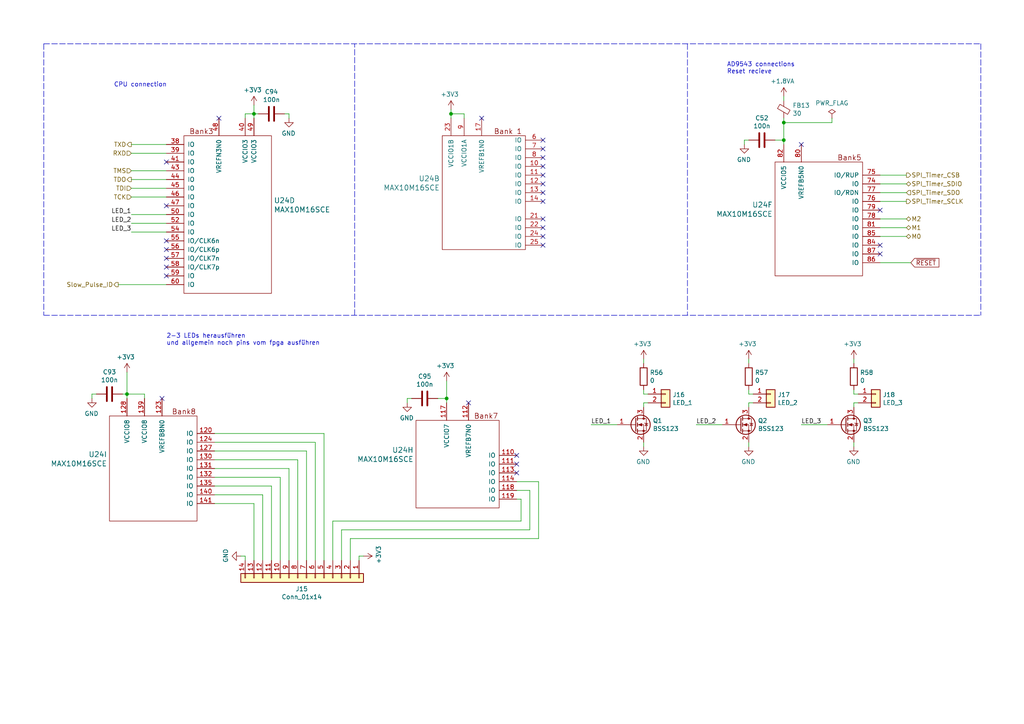
<source format=kicad_sch>
(kicad_sch (version 20250114) (generator "eeschema") (generator_version "9.0")
  (paper "A4")
  (title_block (date "2025-02-17") (company "(C) 2025 ETH Zurich, Y. Acremann") (comment 1 "License:  GNU public license v. 3.0"))
  (lib_symbols
    (symbol "Connector_Generic:Conn_01x02" (pin_names (offset 1.016) (hide yes))
      (property "Reference" "J" (at 0 2.54 0))
      (property "Value" "Connector_Generic_Conn_01x02" (at 0 -5.08 0))
      (symbol "Conn_01x02_1_1"
        (rectangle (start -1.27 1.27) (end 1.27 -3.81) (stroke (width 0.254)) (fill (type background)))
        (rectangle (start -1.27 0.127) (end 0 -0.127) (stroke (width 0.1524)))
        (rectangle (start -1.27 -2.413) (end 0 -2.667) (stroke (width 0.1524)))
        (pin passive line (at -5.08 0 0) (length 3.81) (name "Pin_1") (number "1"))
        (pin passive line (at -5.08 -2.54 0) (length 3.81) (name "Pin_2") (number "2"))
      )
    )
    (symbol "Connector_Generic:Conn_01x14" (pin_names (offset 1.016) (hide yes))
      (property "Reference" "J" (at 0 17.78 0))
      (property "Value" "Connector_Generic_Conn_01x14" (at 0 -20.32 0))
      (symbol "Conn_01x14_1_1"
        (rectangle (start -1.27 16.51) (end 1.27 -19.05) (stroke (width 0.254)) (fill (type background)))
        (rectangle (start -1.27 15.367) (end 0 15.113) (stroke (width 0.1524)))
        (rectangle (start -1.27 12.827) (end 0 12.573) (stroke (width 0.1524)))
        (rectangle (start -1.27 10.287) (end 0 10.033) (stroke (width 0.1524)))
        (rectangle (start -1.27 7.747) (end 0 7.493) (stroke (width 0.1524)))
        (rectangle (start -1.27 5.207) (end 0 4.953) (stroke (width 0.1524)))
        (rectangle (start -1.27 2.667) (end 0 2.413) (stroke (width 0.1524)))
        (rectangle (start -1.27 0.127) (end 0 -0.127) (stroke (width 0.1524)))
        (rectangle (start -1.27 -2.413) (end 0 -2.667) (stroke (width 0.1524)))
        (rectangle (start -1.27 -4.953) (end 0 -5.207) (stroke (width 0.1524)))
        (rectangle (start -1.27 -7.493) (end 0 -7.747) (stroke (width 0.1524)))
        (rectangle (start -1.27 -10.033) (end 0 -10.287) (stroke (width 0.1524)))
        (rectangle (start -1.27 -12.573) (end 0 -12.827) (stroke (width 0.1524)))
        (rectangle (start -1.27 -15.113) (end 0 -15.367) (stroke (width 0.1524)))
        (rectangle (start -1.27 -17.653) (end 0 -17.907) (stroke (width 0.1524)))
        (pin passive line (at -5.08 15.24 0) (length 3.81) (name "Pin_1") (number "1"))
        (pin passive line (at -5.08 12.7 0) (length 3.81) (name "Pin_2") (number "2"))
        (pin passive line (at -5.08 10.16 0) (length 3.81) (name "Pin_3") (number "3"))
        (pin passive line (at -5.08 7.62 0) (length 3.81) (name "Pin_4") (number "4"))
        (pin passive line (at -5.08 5.08 0) (length 3.81) (name "Pin_5") (number "5"))
        (pin passive line (at -5.08 2.54 0) (length 3.81) (name "Pin_6") (number "6"))
        (pin passive line (at -5.08 0 0) (length 3.81) (name "Pin_7") (number "7"))
        (pin passive line (at -5.08 -2.54 0) (length 3.81) (name "Pin_8") (number "8"))
        (pin passive line (at -5.08 -5.08 0) (length 3.81) (name "Pin_9") (number "9"))
        (pin passive line (at -5.08 -7.62 0) (length 3.81) (name "Pin_10") (number "10"))
        (pin passive line (at -5.08 -10.16 0) (length 3.81) (name "Pin_11") (number "11"))
        (pin passive line (at -5.08 -12.7 0) (length 3.81) (name "Pin_12") (number "12"))
        (pin passive line (at -5.08 -15.24 0) (length 3.81) (name "Pin_13") (number "13"))
        (pin passive line (at -5.08 -17.78 0) (length 3.81) (name "Pin_14") (number "14"))
      )
    )
    (symbol "Device:C" (pin_numbers (hide yes)) (pin_names (offset 0.254))
      (property "Reference" "C" (at 0.635 2.54 0))
      (property "Value" "Device_C" (at 0.635 -2.54 0))
      (symbol "C_0_1"
        (polyline (pts (xy -2.032 0.762) (xy 2.032 0.762)) (stroke (width 0.508)))
        (polyline (pts (xy -2.032 -0.762) (xy 2.032 -0.762)) (stroke (width 0.508)))
      )
      (symbol "C_1_1"
        (pin passive line (at 0 3.81 270) (length 2.794) (name "~") (number "1"))
        (pin passive line (at 0 -3.81 90) (length 2.794) (name "~") (number "2"))
      )
    )
    (symbol "Device:Ferrite_Bead_Small" (pin_numbers (hide yes)) (pin_names (offset 0))
      (property "Reference" "FB" (at 1.905 1.27 0))
      (property "Value" "Device_Ferrite_Bead_Small" (at 1.905 -1.27 0))
      (symbol "Ferrite_Bead_Small_0_1"
        (polyline (pts (xy -1.8288 0.2794) (xy -1.1176 1.4986) (xy 1.8288 -0.2032) (xy 1.1176 -1.4224) (xy -1.8288 0.2794)))
        (polyline (pts (xy 0 0.889) (xy 0 1.2954)))
        (polyline (pts (xy 0 -1.27) (xy 0 -0.7874)))
      )
      (symbol "Ferrite_Bead_Small_1_1"
        (pin passive line (at 0 2.54 270) (length 1.27) (name "~") (number "1"))
        (pin passive line (at 0 -2.54 90) (length 1.27) (name "~") (number "2"))
      )
    )
    (symbol "Device:R" (pin_numbers (hide yes)) (pin_names (offset 0))
      (property "Reference" "R" (at 2.032 0 90))
      (property "Value" "Device_R" (at 0 0 90))
      (symbol "R_0_1"
        (rectangle (start -1.016 -2.54) (end 1.016 2.54) (stroke (width 0.254)))
      )
      (symbol "R_1_1"
        (pin passive line (at 0 3.81 270) (length 1.27) (name "~") (number "1"))
        (pin passive line (at 0 -3.81 90) (length 1.27) (name "~") (number "2"))
      )
    )
    (symbol "Intel-Max10-FPGA:MAX10M16SCE" (pin_names (offset 1.016))
      (property "Reference" "U" (at 0 0 0))
      (property "Value" "MAX10M16SCE" (at -1.27 2.54 0))
      (symbol "MAX10M16SCE_1_0"
        (rectangle (start -16.51 8.89) (end 21.59 -15.24))
        (text "Config" (at -12.7 10.16 0) (effects (font (size 1.4986 1.4986))))
      )
      (symbol "MAX10M16SCE_1_1"
        (pin input line (at -21.59 6.35 0) (length 5.08) (name "TCK") (number "18"))
        (pin output line (at -21.59 3.81 0) (length 5.08) (name "TDO") (number "20"))
        (pin input line (at -21.59 1.27 0) (length 5.08) (name "TMS") (number "16"))
        (pin input line (at -21.59 -1.27 0) (length 5.08) (name "TDI") (number "19"))
        (pin input line (at -21.59 -7.62 0) (length 5.08) (name "DEV_OE") (number "122"))
        (pin input line (at -21.59 -10.16 0) (length 5.08) (name "DEV_CLRn") (number "121"))
        (pin bidirectional line (at 26.67 6.35 180) (length 5.08) (name "JTAGEN") (number "15"))
        (pin tri_state line (at 26.67 1.27 180) (length 5.08) (name "nSTATUS") (number "136"))
        (pin tri_state line (at 26.67 -1.27 180) (length 5.08) (name "CONF_DONE") (number "138"))
        (pin tri_state line (at 26.67 -3.81 180) (length 5.08) (name "nCONFIG") (number "129"))
        (pin input line (at 26.67 -10.16 180) (length 5.08) (name "CONFIG_SEL") (number "126"))
        (pin bidirectional line (at 26.67 -12.7 180) (length 5.08) (name "CRC_ERROR") (number "134"))
      )
      (symbol "MAX10M16SCE_2_0"
        (text "Bank 1" (at 6.35 21.59 0) (effects (font (size 1.4986 1.4986))))
      )
      (symbol "MAX10M16SCE_2_1"
        (rectangle (start -12.7 20.32) (end 11.43 -12.7))
        (pin power_in line (at -10.16 25.4 270) (length 5.08) (name "VCCIO1B") (number "23"))
        (pin power_in line (at -6.35 25.4 270) (length 5.08) (name "VCCIO1A") (number "9"))
        (pin passive line (at -1.27 25.4 270) (length 5.08) (name "VREFB1N0") (number "17"))
        (pin bidirectional line (at 16.51 19.05 180) (length 5.08) (name "IO") (number "6"))
        (pin bidirectional line (at 16.51 16.51 180) (length 5.08) (name "IO") (number "7"))
        (pin bidirectional line (at 16.51 13.97 180) (length 5.08) (name "IO") (number "8"))
        (pin bidirectional line (at 16.51 11.43 180) (length 5.08) (name "IO") (number "10"))
        (pin bidirectional line (at 16.51 8.89 180) (length 5.08) (name "IO") (number "11"))
        (pin bidirectional line (at 16.51 6.35 180) (length 5.08) (name "IO") (number "12"))
        (pin bidirectional line (at 16.51 3.81 180) (length 5.08) (name "IO") (number "13"))
        (pin bidirectional line (at 16.51 1.27 180) (length 5.08) (name "IO") (number "14"))
        (pin bidirectional line (at 16.51 -3.81 180) (length 5.08) (name "IO") (number "21"))
        (pin bidirectional line (at 16.51 -6.35 180) (length 5.08) (name "IO") (number "22"))
        (pin bidirectional line (at 16.51 -8.89 180) (length 5.08) (name "IO") (number "24"))
        (pin bidirectional line (at 16.51 -11.43 180) (length 5.08) (name "IO") (number "25"))
      )
      (symbol "MAX10M16SCE_3_0"
        (rectangle (start -11.43 16.51) (end 27.94 -8.89))
        (text "Bank2" (at 17.78 17.78 0) (effects (font (size 1.4986 1.4986))))
      )
      (symbol "MAX10M16SCE_3_1"
        (pin power_in line (at -3.81 21.59 270) (length 5.08) (name "VCCIO2") (number "31"))
        (pin passive line (at 1.27 21.59 270) (length 5.08) (name "VREFB2N0") (number "30"))
        (pin bidirectional line (at 33.02 6.35 180) (length 5.08) (name "IO/CLK0n") (number "26"))
        (pin bidirectional line (at 33.02 3.81 180) (length 5.08) (name "IO/CLK0p") (number "27"))
        (pin bidirectional line (at 33.02 1.27 180) (length 5.08) (name "IO/CLK1n") (number "28"))
        (pin bidirectional line (at 33.02 -1.27 180) (length 5.08) (name "IO/CLK1p") (number "29"))
        (pin bidirectional line (at 33.02 -3.81 180) (length 5.08) (name "IO/PLL_L_CLKOUTn") (number "32"))
        (pin bidirectional line (at 33.02 -6.35 180) (length 5.08) (name "IO/PLL_L_CLKOUTp") (number "33"))
      )
      (symbol "MAX10M16SCE_4_0"
        (rectangle (start -12.7 17.78) (end 12.7 -27.94))
        (text "Bank3" (at 7.62 19.05 0) (effects (font (size 1.4986 1.4986))))
      )
      (symbol "MAX10M16SCE_4_1"
        (pin power_in line (at -7.62 22.86 270) (length 5.08) (name "VCCIO3") (number "49"))
        (pin power_in line (at -5.08 22.86 270) (length 5.08) (name "VCCIO3") (number "40"))
        (pin passive line (at 2.54 22.86 270) (length 5.08) (name "VREFN3N0") (number "48"))
        (pin bidirectional line (at 17.78 15.24 180) (length 5.08) (name "IO") (number "38"))
        (pin bidirectional line (at 17.78 12.7 180) (length 5.08) (name "IO") (number "39"))
        (pin bidirectional line (at 17.78 10.16 180) (length 5.08) (name "IO") (number "41"))
        (pin bidirectional line (at 17.78 7.62 180) (length 5.08) (name "IO") (number "43"))
        (pin bidirectional line (at 17.78 5.08 180) (length 5.08) (name "IO") (number "44"))
        (pin bidirectional line (at 17.78 2.54 180) (length 5.08) (name "IO") (number "45"))
        (pin bidirectional line (at 17.78 0 180) (length 5.08) (name "IO") (number "46"))
        (pin bidirectional line (at 17.78 -2.54 180) (length 5.08) (name "IO") (number "47"))
        (pin bidirectional line (at 17.78 -5.08 180) (length 5.08) (name "IO") (number "50"))
        (pin bidirectional line (at 17.78 -7.62 180) (length 5.08) (name "IO") (number "52"))
        (pin bidirectional line (at 17.78 -10.16 180) (length 5.08) (name "IO") (number "54"))
        (pin bidirectional line (at 17.78 -12.7 180) (length 5.08) (name "IO/CLK6n") (number "55"))
        (pin bidirectional line (at 17.78 -15.24 180) (length 5.08) (name "IO/CLK6p") (number "56"))
        (pin bidirectional line (at 17.78 -17.78 180) (length 5.08) (name "IO/CLK7n") (number "57"))
        (pin bidirectional line (at 17.78 -20.32 180) (length 5.08) (name "IO/CLK7p") (number "58"))
        (pin bidirectional line (at 17.78 -22.86 180) (length 5.08) (name "IO") (number "59"))
        (pin bidirectional line (at 17.78 -25.4 180) (length 5.08) (name "IO") (number "60"))
      )
      (symbol "MAX10M16SCE_5_0"
        (rectangle (start -10.16 16.51) (end 13.97 -2.54))
        (text "Bank4" (at 8.89 17.78 0) (effects (font (size 1.4986 1.4986))))
      )
      (symbol "MAX10M16SCE_5_1"
        (pin power_in line (at -2.54 21.59 270) (length 5.08) (name "VCCIO4") (number "67"))
        (pin passive line (at 3.81 21.59 270) (length 5.08) (name "VREFB4N0") (number "61"))
        (pin bidirectional line (at 19.05 13.97 180) (length 5.08) (name "IO") (number "62"))
        (pin bidirectional line (at 19.05 11.43 180) (length 5.08) (name "IO") (number "64"))
        (pin bidirectional line (at 19.05 8.89 180) (length 5.08) (name "IO") (number "65"))
        (pin bidirectional line (at 19.05 6.35 180) (length 5.08) (name "IO") (number "66"))
        (pin bidirectional line (at 19.05 3.81 180) (length 5.08) (name "IO") (number "69"))
        (pin bidirectional line (at 19.05 1.27 180) (length 5.08) (name "IO") (number "70"))
      )
      (symbol "MAX10M16SCE_6_0"
        (rectangle (start -13.97 19.05) (end 11.43 -13.97))
        (text "Bank5" (at 7.62 20.32 0) (effects (font (size 1.4986 1.4986))))
      )
      (symbol "MAX10M16SCE_6_1"
        (pin power_in line (at -11.43 24.13 270) (length 5.08) (name "VCCIO5") (number "82"))
        (pin passive line (at -6.35 24.13 270) (length 5.08) (name "VREFB5N0") (number "80"))
        (pin bidirectional line (at 16.51 15.24 180) (length 5.08) (name "IO/RUP") (number "75"))
        (pin bidirectional line (at 16.51 12.7 180) (length 5.08) (name "IO") (number "74"))
        (pin bidirectional line (at 16.51 10.16 180) (length 5.08) (name "IO/RDN") (number "77"))
        (pin bidirectional line (at 16.51 7.62 180) (length 5.08) (name "IO") (number "76"))
        (pin bidirectional line (at 16.51 5.08 180) (length 5.08) (name "IO") (number "79"))
        (pin bidirectional line (at 16.51 2.54 180) (length 5.08) (name "IO") (number "78"))
        (pin bidirectional line (at 16.51 0 180) (length 5.08) (name "IO") (number "81"))
        (pin bidirectional line (at 16.51 -2.54 180) (length 5.08) (name "IO") (number "85"))
        (pin bidirectional line (at 16.51 -5.08 180) (length 5.08) (name "IO") (number "84"))
        (pin bidirectional line (at 16.51 -7.62 180) (length 5.08) (name "IO") (number "87"))
        (pin bidirectional line (at 16.51 -10.16 180) (length 5.08) (name "IO") (number "86"))
      )
      (symbol "MAX10M16SCE_7_0"
        (rectangle (start -11.43 22.86) (end 20.32 -15.24))
        (text "Bank6" (at 16.51 24.13 0) (effects (font (size 1.4986 1.4986))))
      )
      (symbol "MAX10M16SCE_7_1"
        (pin power_in line (at -5.08 27.94 270) (length 5.08) (name "VCCIO6") (number "94"))
        (pin power_in line (at -2.54 27.94 270) (length 5.08) (name "VCCIO6") (number "103"))
        (pin passive line (at 6.35 27.94 270) (length 5.08) (name "VREFB6N0") (number "97"))
        (pin bidirectional line (at 25.4 20.32 180) (length 5.08) (name "IO/CLK2p") (number "88"))
        (pin bidirectional line (at 25.4 17.78 180) (length 5.08) (name "IO/CLK2n") (number "89"))
        (pin bidirectional line (at 25.4 15.24 180) (length 5.08) (name "IO/CLK3p") (number "90"))
        (pin bidirectional line (at 25.4 12.7 180) (length 5.08) (name "IO/CLK3n") (number "91"))
        (pin bidirectional line (at 25.4 10.16 180) (length 5.08) (name "IO") (number "92"))
        (pin bidirectional line (at 25.4 7.62 180) (length 5.08) (name "IO") (number "93"))
        (pin bidirectional line (at 25.4 5.08 180) (length 5.08) (name "IO/DPCLK3") (number "96"))
        (pin bidirectional line (at 25.4 2.54 180) (length 5.08) (name "IO/DPCLK2") (number "98"))
        (pin bidirectional line (at 25.4 0 180) (length 5.08) (name "IO") (number "99"))
        (pin bidirectional line (at 25.4 -2.54 180) (length 5.08) (name "IO") (number "100"))
        (pin bidirectional line (at 25.4 -5.08 180) (length 5.08) (name "IO") (number "101"))
        (pin bidirectional line (at 25.4 -7.62 180) (length 5.08) (name "IO") (number "102"))
        (pin bidirectional line (at 25.4 -10.16 180) (length 5.08) (name "IO") (number "105"))
        (pin bidirectional line (at 25.4 -12.7 180) (length 5.08) (name "IO") (number "106"))
      )
      (symbol "MAX10M16SCE_8_0"
        (rectangle (start -11.43 16.51) (end 12.7 -8.89))
        (text "Bank7" (at 8.89 17.78 0) (effects (font (size 1.4986 1.4986))))
      )
      (symbol "MAX10M16SCE_8_1"
        (pin power_in line (at -2.54 21.59 270) (length 5.08) (name "VCCIO7") (number "117"))
        (pin passive line (at 3.81 21.59 270) (length 5.08) (name "VREFB7N0") (number "112"))
        (pin bidirectional line (at 17.78 6.35 180) (length 5.08) (name "IO") (number "110"))
        (pin bidirectional line (at 17.78 3.81 180) (length 5.08) (name "IO") (number "111"))
        (pin bidirectional line (at 17.78 1.27 180) (length 5.08) (name "IO") (number "113"))
        (pin bidirectional line (at 17.78 -1.27 180) (length 5.08) (name "IO") (number "114"))
        (pin bidirectional line (at 17.78 -3.81 180) (length 5.08) (name "IO") (number "118"))
        (pin bidirectional line (at 17.78 -6.35 180) (length 5.08) (name "IO") (number "119"))
      )
      (symbol "MAX10M16SCE_9_0"
        (rectangle (start -11.43 15.24) (end 13.97 -15.24))
        (text "Bank8" (at 10.16 16.51 0) (effects (font (size 1.4986 1.4986))))
      )
      (symbol "MAX10M16SCE_9_1"
        (pin power_in line (at -6.35 20.32 270) (length 5.08) (name "VCCIO8") (number "128"))
        (pin power_in line (at -1.27 20.32 270) (length 5.08) (name "VCCIO8") (number "139"))
        (pin passive line (at 3.81 20.32 270) (length 5.08) (name "VREFB8N0") (number "123"))
        (pin bidirectional line (at 19.05 10.16 180) (length 5.08) (name "IO") (number "120"))
        (pin bidirectional line (at 19.05 7.62 180) (length 5.08) (name "IO") (number "124"))
        (pin bidirectional line (at 19.05 5.08 180) (length 5.08) (name "IO") (number "127"))
        (pin bidirectional line (at 19.05 2.54 180) (length 5.08) (name "IO") (number "130"))
        (pin bidirectional line (at 19.05 0 180) (length 5.08) (name "IO") (number "131"))
        (pin bidirectional line (at 19.05 -2.54 180) (length 5.08) (name "IO") (number "132"))
        (pin bidirectional line (at 19.05 -5.08 180) (length 5.08) (name "IO") (number "135"))
        (pin bidirectional line (at 19.05 -7.62 180) (length 5.08) (name "IO") (number "140"))
        (pin bidirectional line (at 19.05 -10.16 180) (length 5.08) (name "IO") (number "141"))
      )
      (symbol "MAX10M16SCE_10_1"
        (rectangle (start -12.7 16.51) (end 50.8 -8.89))
        (pin power_in line (at -10.16 21.59 270) (length 5.08) (name "VCC_ONE") (number "73"))
        (pin power_in line (at -10.16 -13.97 90) (length 5.08) (name "GND") (number "3"))
        (pin power_in line (at -7.62 21.59 270) (length 5.08) (name "VCC_ONE") (number "72"))
        (pin power_in line (at -7.62 -13.97 90) (length 5.08) (name "GND") (number "4"))
        (pin power_in line (at -5.08 -13.97 90) (length 5.08) (name "GND") (number "95"))
        (pin power_in line (at -2.54 21.59 270) (length 5.08) (name "VCC_ONE") (number "51"))
        (pin power_in line (at -2.54 -13.97 90) (length 5.08) (name "GND") (number "83"))
        (pin power_in line (at 0 -13.97 90) (length 5.08) (name "GND") (number "68"))
        (pin power_in line (at 2.54 21.59 270) (length 5.08) (name "VCC_ONE") (number "37"))
        (pin power_in line (at 2.54 -13.97 90) (length 5.08) (name "GND") (number "63"))
        (pin power_in line (at 5.08 21.59 270) (length 5.08) (name "VCC_ONE") (number "36"))
        (pin power_in line (at 5.08 -13.97 90) (length 5.08) (name "GND") (number "53"))
        (pin power_in line (at 7.62 -13.97 90) (length 5.08) (name "GND") (number "42"))
        (pin power_in line (at 10.16 21.59 270) (length 5.08) (name "VCC_ONE") (number "144"))
        (pin power_in line (at 10.16 -13.97 90) (length 5.08) (name "GND") (number "142"))
        (pin power_in line (at 12.7 21.59 270) (length 5.08) (name "VCC_ONE") (number "115"))
        (pin power_in line (at 12.7 -13.97 90) (length 5.08) (name "GND") (number "137"))
        (pin power_in line (at 15.24 -13.97 90) (length 5.08) (name "GND") (number "133"))
        (pin power_in line (at 17.78 21.59 270) (length 5.08) (name "VCC_ONE") (number "109"))
        (pin power_in line (at 17.78 -13.97 90) (length 5.08) (name "GND") (number "125"))
        (pin power_in line (at 20.32 21.59 270) (length 5.08) (name "VCC_ONE") (number "108"))
        (pin power_in line (at 20.32 -13.97 90) (length 5.08) (name "GND") (number "116"))
        (pin power_in line (at 22.86 -13.97 90) (length 5.08) (name "GND") (number "104"))
        (pin power_in line (at 25.4 21.59 270) (length 5.08) (name "VCC_ONE") (number "1"))
        (pin power_in line (at 25.4 -13.97 90) (length 5.08) (name "PAD") (number "145"))
        (pin power_in line (at 30.48 21.59 270) (length 5.08) (name "VCCA1") (number "35"))
        (pin power_in line (at 33.02 21.59 270) (length 5.08) (name "VCCA2") (number "34"))
        (pin power_in line (at 36.83 21.59 270) (length 5.08) (name "VCCA3") (number "5"))
        (pin power_in line (at 39.37 21.59 270) (length 5.08) (name "VCCA3") (number "107"))
        (pin power_in line (at 43.18 21.59 270) (length 5.08) (name "VCCA4") (number "143"))
        (pin power_in line (at 45.72 21.59 270) (length 5.08) (name "VCCA5") (number "71"))
        (pin power_in line (at 48.26 21.59 270) (length 5.08) (name "VCCA6") (number "2"))
      )
    )
    (symbol "Transistor_FET:BSS123" (pin_names (hide yes))
      (property "Reference" "Q" (at 5.08 1.905 0))
      (property "Value" "Transistor_FET_BSS123" (at 5.08 0 0))
      (symbol "BSS123_0_1"
        (polyline (pts (xy 0.254 1.905) (xy 0.254 -1.905)) (stroke (width 0.254)))
        (polyline (pts (xy 0.254 0) (xy -2.54 0)))
        (polyline (pts (xy 0.762 2.286) (xy 0.762 1.27)) (stroke (width 0.254)))
        (polyline (pts (xy 0.762 0.508) (xy 0.762 -0.508)) (stroke (width 0.254)))
        (polyline (pts (xy 0.762 -1.27) (xy 0.762 -2.286)) (stroke (width 0.254)))
        (polyline (pts (xy 0.762 -1.778) (xy 3.302 -1.778) (xy 3.302 1.778) (xy 0.762 1.778)))
        (polyline (pts (xy 1.016 0) (xy 2.032 0.381) (xy 2.032 -0.381) (xy 1.016 0)) (fill (type outline)))
        (circle (center 1.651 0) (radius 2.794) (stroke (width 0.254)))
        (polyline (pts (xy 2.54 2.54) (xy 2.54 1.778)))
        (circle (center 2.54 1.778) (radius 0.254) (fill (type outline)))
        (circle (center 2.54 -1.778) (radius 0.254) (fill (type outline)))
        (polyline (pts (xy 2.54 -2.54) (xy 2.54 0) (xy 0.762 0)))
        (polyline (pts (xy 2.794 0.508) (xy 2.921 0.381) (xy 3.683 0.381) (xy 3.81 0.254)))
        (polyline (pts (xy 3.302 0.381) (xy 2.921 -0.254) (xy 3.683 -0.254) (xy 3.302 0.381)))
      )
      (symbol "BSS123_1_1"
        (pin input line (at -5.08 0 0) (length 2.54) (name "G") (number "1"))
        (pin passive line (at 2.54 5.08 270) (length 2.54) (name "D") (number "3"))
        (pin passive line (at 2.54 -5.08 90) (length 2.54) (name "S") (number "2"))
      )
    )
    (symbol "power:+3.3V" (power) (pin_names (offset 0))
      (property "Value" "power_+3.3V" (at 0 3.556 0))
      (symbol "+3.3V_0_1"
        (polyline (pts (xy -0.762 1.27) (xy 0 2.54)))
        (polyline (pts (xy 0 2.54) (xy 0.762 1.27)))
        (polyline (pts (xy 0 0) (xy 0 2.54)))
      )
      (symbol "+3.3V_1_1"
        (pin power_in line (at 0 0 90) (length 0) (hide yes) (name "+3V3") (number "1"))
      )
    )
    (symbol "power:GND" (power) (pin_names (offset 0))
      (property "Value" "power_GND" (at 0 -3.81 0))
      (symbol "GND_0_1"
        (polyline (pts (xy 0 0) (xy 0 -1.27) (xy 1.27 -1.27) (xy 0 -2.54) (xy -1.27 -1.27) (xy 0 -1.27)))
      )
      (symbol "GND_1_1"
        (pin power_in line (at 0 0 270) (length 0) (hide yes) (name "GND") (number "1"))
      )
    )
    (symbol "power:PWR_FLAG" (power) (pin_numbers (hide yes)) (pin_names (offset 0) (hide yes))
      (property "Value" "power_PWR_FLAG" (at 0 3.81 0))
      (symbol "PWR_FLAG_0_0"
        (pin power_out line (at 0 0 90) (length 0) (name "pwr") (number "1"))
      )
      (symbol "PWR_FLAG_0_1"
        (polyline (pts (xy 0 0) (xy 0 1.27) (xy -1.016 1.905) (xy 0 2.54) (xy 1.016 1.905) (xy 0 1.27)))
      )
    )
    (symbol "power_2:+1.8VA" (pin_names (offset 1.016))
      (property "Value" "+1.8VA" (at 0 3.81 0))
      (symbol "+1.8VA_1_1"
        (polyline (pts (xy -0.762 1.27) (xy 0 2.54)))
        (polyline (pts (xy 0 2.54) (xy 0.762 1.27)))
        (polyline (pts (xy 0 0) (xy 0 2.54)))
        (pin power_in line (at 0 0 90) (length 0) (hide yes) (name "+1V0") (number "1"))
      )
    )
  )
  (text "AD9543 connections\nReset recieve" (at 210.82 21.59 0) (effects (font (size 1.27 1.27)) (justify left bottom)))
  (text "CPU connection" (at 33.02 25.4 0) (effects (font (size 1.27 1.27)) (justify left bottom)))
  (text "2-3 LEDs herausführen\nund allgemein noch pins vom fpga ausführen\n" (at 48.26 100.33 0) (effects (font (size 1.27 1.27)) (justify left bottom)))
  (junction (at 130.81 33.02))
  (junction (at 129.54 115.57))
  (junction (at 36.83 114.3))
  (junction (at 227.33 40.64))
  (junction (at 227.33 35.56))
  (junction (at 73.66 33.02))
  (no_connect (at 135.89 116.84))
  (no_connect (at 48.26 80.01))
  (no_connect (at 255.27 60.96))
  (no_connect (at 157.48 71.12))
  (no_connect (at 48.26 74.93))
  (no_connect (at 157.48 58.42))
  (no_connect (at 46.99 115.57))
  (no_connect (at 255.27 73.66))
  (no_connect (at 139.7 34.29))
  (no_connect (at 157.48 63.5))
  (no_connect (at 157.48 48.26))
  (no_connect (at 149.86 137.16))
  (no_connect (at 157.48 43.18))
  (no_connect (at 157.48 66.04))
  (no_connect (at 48.26 46.99))
  (no_connect (at 63.5 34.29))
  (no_connect (at 157.48 68.58))
  (no_connect (at 149.86 132.08))
  (no_connect (at 48.26 69.85))
  (no_connect (at 255.27 71.12))
  (no_connect (at 157.48 45.72))
  (no_connect (at 149.86 134.62))
  (no_connect (at 157.48 55.88))
  (no_connect (at 157.48 40.64))
  (no_connect (at 157.48 50.8))
  (no_connect (at 48.26 77.47))
  (no_connect (at 232.41 41.91))
  (no_connect (at 48.26 59.69))
  (no_connect (at 48.26 72.39))
  (no_connect (at 157.48 53.34))
  (wire (pts (xy 171.45 123.19) (xy 179.07 123.19)))
  (wire (pts (xy 247.65 116.84) (xy 247.65 118.11)))
  (wire (pts (xy 99.06 153.67) (xy 99.06 162.56)))
  (wire (pts (xy 186.69 114.3) (xy 187.96 114.3)))
  (wire (pts (xy 74.93 33.02) (xy 73.66 33.02)))
  (wire (pts (xy 186.69 113.03) (xy 186.69 114.3)))
  (wire (pts (xy 127 115.57) (xy 129.54 115.57)))
  (wire (pts (xy 41.91 115.57) (xy 41.91 114.3)))
  (wire (pts (xy 255.27 63.5) (xy 262.89 63.5)))
  (wire (pts (xy 62.23 125.73) (xy 93.98 125.73)))
  (wire (pts (xy 83.82 33.02) (xy 83.82 34.29)))
  (wire (pts (xy 73.66 30.48) (xy 73.66 33.02)))
  (wire (pts (xy 247.65 129.54) (xy 247.65 128.27)))
  (wire (pts (xy 27.94 114.3) (xy 26.67 114.3)))
  (wire (pts (xy 48.26 44.45) (xy 38.1 44.45)))
  (wire (pts (xy 217.17 116.84) (xy 217.17 118.11)))
  (wire (pts (xy 119.38 115.57) (xy 118.11 115.57)))
  (wire (pts (xy 262.89 50.8) (xy 255.27 50.8)))
  (wire (pts (xy 62.23 146.05) (xy 73.66 146.05)))
  (wire (pts (xy 130.81 34.29) (xy 130.81 33.02)))
  (wire (pts (xy 218.44 116.84) (xy 217.17 116.84)))
  (wire (pts (xy 255.27 76.2) (xy 264.16 76.2)))
  (wire (pts (xy 38.1 41.91) (xy 48.26 41.91)))
  (wire (pts (xy 227.33 35.56) (xy 227.33 40.64)))
  (wire (pts (xy 149.86 139.7) (xy 156.21 139.7)))
  (wire (pts (xy 62.23 135.89) (xy 83.82 135.89)))
  (wire (pts (xy 247.65 104.14) (xy 247.65 105.41)))
  (wire (pts (xy 71.12 161.29) (xy 71.12 162.56)))
  (wire (pts (xy 227.33 41.91) (xy 227.33 40.64)))
  (wire (pts (xy 151.13 144.78) (xy 151.13 151.13)))
  (wire (pts (xy 232.41 123.19) (xy 240.03 123.19)))
  (wire (pts (xy 38.1 49.53) (xy 48.26 49.53)))
  (wire (pts (xy 86.36 133.35) (xy 86.36 162.56)))
  (wire (pts (xy 36.83 115.57) (xy 36.83 114.3)))
  (polyline (pts (xy 199.39 12.7) (xy 199.39 91.44)) (stroke (width 0) (type dash)))
  (wire (pts (xy 62.23 133.35) (xy 86.36 133.35)))
  (wire (pts (xy 38.1 62.23) (xy 48.26 62.23)))
  (polyline (pts (xy 12.7 12.7) (xy 284.48 12.7)) (stroke (width 0) (type dash)))
  (wire (pts (xy 227.33 29.21) (xy 227.33 27.94)))
  (wire (pts (xy 76.2 143.51) (xy 76.2 162.56)))
  (wire (pts (xy 83.82 135.89) (xy 83.82 162.56)))
  (wire (pts (xy 130.81 33.02) (xy 130.81 31.75)))
  (wire (pts (xy 217.17 113.03) (xy 217.17 114.3)))
  (wire (pts (xy 241.3 34.29) (xy 241.3 35.56)))
  (wire (pts (xy 62.23 138.43) (xy 81.28 138.43)))
  (wire (pts (xy 227.33 35.56) (xy 227.33 34.29)))
  (wire (pts (xy 35.56 114.3) (xy 36.83 114.3)))
  (wire (pts (xy 187.96 116.84) (xy 186.69 116.84)))
  (wire (pts (xy 105.41 161.29) (xy 104.14 161.29)))
  (wire (pts (xy 134.62 33.02) (xy 130.81 33.02)))
  (wire (pts (xy 186.69 104.14) (xy 186.69 105.41)))
  (wire (pts (xy 262.89 55.88) (xy 255.27 55.88)))
  (wire (pts (xy 248.92 116.84) (xy 247.65 116.84)))
  (wire (pts (xy 69.85 161.29) (xy 71.12 161.29)))
  (wire (pts (xy 217.17 105.41) (xy 217.17 104.14)))
  (wire (pts (xy 149.86 142.24) (xy 153.67 142.24)))
  (wire (pts (xy 156.21 139.7) (xy 156.21 156.21)))
  (wire (pts (xy 88.9 130.81) (xy 88.9 162.56)))
  (wire (pts (xy 48.26 52.07) (xy 38.1 52.07)))
  (wire (pts (xy 38.1 54.61) (xy 48.26 54.61)))
  (wire (pts (xy 247.65 114.3) (xy 248.92 114.3)))
  (wire (pts (xy 134.62 34.29) (xy 134.62 33.02)))
  (wire (pts (xy 93.98 125.73) (xy 93.98 162.56)))
  (wire (pts (xy 73.66 33.02) (xy 71.12 33.02)))
  (wire (pts (xy 71.12 33.02) (xy 71.12 34.29)))
  (wire (pts (xy 215.9 40.64) (xy 217.17 40.64)))
  (wire (pts (xy 215.9 41.91) (xy 215.9 40.64)))
  (wire (pts (xy 41.91 114.3) (xy 36.83 114.3)))
  (wire (pts (xy 201.93 123.19) (xy 209.55 123.19)))
  (polyline (pts (xy 102.87 91.44) (xy 102.87 12.7)) (stroke (width 0) (type dash)))
  (wire (pts (xy 153.67 153.67) (xy 99.06 153.67)))
  (wire (pts (xy 156.21 156.21) (xy 101.6 156.21)))
  (wire (pts (xy 149.86 144.78) (xy 151.13 144.78)))
  (wire (pts (xy 262.89 66.04) (xy 255.27 66.04)))
  (wire (pts (xy 48.26 57.15) (xy 38.1 57.15)))
  (wire (pts (xy 62.23 130.81) (xy 88.9 130.81)))
  (wire (pts (xy 118.11 115.57) (xy 118.11 116.84)))
  (wire (pts (xy 78.74 140.97) (xy 78.74 162.56)))
  (wire (pts (xy 101.6 156.21) (xy 101.6 162.56)))
  (wire (pts (xy 129.54 110.49) (xy 129.54 115.57)))
  (wire (pts (xy 224.79 40.64) (xy 227.33 40.64)))
  (wire (pts (xy 217.17 129.54) (xy 217.17 128.27)))
  (wire (pts (xy 73.66 33.02) (xy 73.66 34.29)))
  (wire (pts (xy 34.29 82.55) (xy 48.26 82.55)))
  (wire (pts (xy 129.54 115.57) (xy 129.54 116.84)))
  (wire (pts (xy 247.65 113.03) (xy 247.65 114.3)))
  (wire (pts (xy 186.69 116.84) (xy 186.69 118.11)))
  (polyline (pts (xy 284.48 12.7) (xy 284.48 91.44)) (stroke (width 0) (type dash)))
  (polyline (pts (xy 12.7 12.7) (xy 12.7 91.44)) (stroke (width 0) (type dash)))
  (wire (pts (xy 104.14 161.29) (xy 104.14 162.56)))
  (wire (pts (xy 255.27 58.42) (xy 262.89 58.42)))
  (wire (pts (xy 38.1 64.77) (xy 48.26 64.77)))
  (wire (pts (xy 36.83 107.95) (xy 36.83 114.3)))
  (wire (pts (xy 26.67 114.3) (xy 26.67 115.57)))
  (wire (pts (xy 62.23 143.51) (xy 76.2 143.51)))
  (wire (pts (xy 91.44 128.27) (xy 91.44 162.56)))
  (wire (pts (xy 62.23 128.27) (xy 91.44 128.27)))
  (wire (pts (xy 255.27 53.34) (xy 262.89 53.34)))
  (wire (pts (xy 153.67 142.24) (xy 153.67 153.67)))
  (wire (pts (xy 151.13 151.13) (xy 96.52 151.13)))
  (wire (pts (xy 96.52 151.13) (xy 96.52 162.56)))
  (polyline (pts (xy 12.7 91.44) (xy 284.48 91.44)) (stroke (width 0) (type dash)))
  (wire (pts (xy 186.69 129.54) (xy 186.69 128.27)))
  (wire (pts (xy 81.28 138.43) (xy 81.28 162.56)))
  (wire (pts (xy 73.66 146.05) (xy 73.66 162.56)))
  (wire (pts (xy 217.17 114.3) (xy 218.44 114.3)))
  (wire (pts (xy 255.27 68.58) (xy 262.89 68.58)))
  (wire (pts (xy 62.23 140.97) (xy 78.74 140.97)))
  (wire (pts (xy 82.55 33.02) (xy 83.82 33.02)))
  (wire (pts (xy 241.3 35.56) (xy 227.33 35.56)))
  (wire (pts (xy 38.1 67.31) (xy 48.26 67.31)))
  (label "LED_3" (at 232.41 123.19 0))
  (label "LED_1" (at 38.1 62.23 180))
  (label "LED_2" (at 38.1 64.77 180))
  (label "LED_1" (at 171.45 123.19 0))
  (label "LED_2" (at 201.93 123.19 0))
  (label "LED_3" (at 38.1 67.31 180))
  (global_label "~{RESET}" (shape input) (at 264.16 76.2 0) (property "Intersheetrefs" "${INTERSHEET_REFS}" (effects (hide yes))))
  (hierarchical_label "SPI_Timer_SDIO" (shape bidirectional) (at 262.89 53.34 0))
  (hierarchical_label "RXD" (shape input) (at 38.1 44.45 180))
  (hierarchical_label "SPI_Timer_SDO" (shape input) (at 262.89 55.88 0))
  (hierarchical_label "TDI" (shape input) (at 38.1 54.61 180))
  (hierarchical_label "SPI_Timer_CSB" (shape output) (at 262.89 50.8 0))
  (hierarchical_label "M1" (shape bidirectional) (at 262.89 66.04 0))
  (hierarchical_label "TDO" (shape output) (at 38.1 52.07 180))
  (hierarchical_label "M0" (shape bidirectional) (at 262.89 68.58 0))
  (hierarchical_label "TMS" (shape input) (at 38.1 49.53 180))
  (hierarchical_label "M2" (shape bidirectional) (at 262.89 63.5 0))
  (hierarchical_label "TXD" (shape output) (at 38.1 41.91 180))
  (hierarchical_label "Slow_Pulse_ID" (shape output) (at 34.29 82.55 180))
  (hierarchical_label "SPI_Timer_SCLK" (shape output) (at 262.89 58.42 0))
  (hierarchical_label "TCK" (shape input) (at 38.1 57.15 180))
  (symbol (lib_id "power_2:+1.8VA") (at 227.33 27.94 0) (unit 1)
    (property "Reference" "#PWR14" (effects (hide yes)))
    (property "Value" "+1.8VA" (at 226.949 23.5458 0))
  )
  (symbol (lib_id "Intel-Max10-FPGA:MAX10M16SCE") (at 66.04 57.15 0) (mirror y) (unit 4)
    (property "Reference" "U24" (at 79.4258 58.1406 0) (effects (font (size 1.4986 1.4986)) (justify right)))
    (property "Value" "MAX10M16SCE" (at 79.4258 60.8076 0) (effects (font (size 1.4986 1.4986)) (justify right)))
    (property "Footprint" "footprint:EQFP_144" (effects (hide yes)))
  )
  (symbol (lib_id "power:+3.3V") (at 73.66 30.48 0) (mirror y) (unit 1)
    (property "Reference" "#PWR0207" (effects (hide yes)))
    (property "Value" "+3V3" (at 73.279 26.0858 0))
  )
  (symbol (lib_id "Device:C") (at 78.74 33.02 270) (unit 1)
    (property "Reference" "C94" (at 78.74 26.6192 90))
    (property "Value" "100n" (at 78.74 28.9306 90))
    (property "Footprint" "Capacitor_SMD:C_0603_1608Metric" (effects (hide yes)))
  )
  (symbol (lib_id "power:GND") (at 83.82 34.29 0) (mirror y) (unit 1)
    (property "Reference" "#PWR0206" (effects (hide yes)))
    (property "Value" "GND" (at 83.693 38.6842 0))
  )
  (symbol (lib_id "Intel-Max10-FPGA:MAX10M16SCE") (at 140.97 59.69 0) (unit 2)
    (property "Reference" "U24" (at 127.5842 51.7906 0) (effects (font (size 1.4986 1.4986)) (justify right)))
    (property "Value" "MAX10M16SCE" (at 127.5842 54.4576 0) (effects (font (size 1.4986 1.4986)) (justify right)))
    (property "Footprint" "footprint:EQFP_144" (effects (hide yes)))
  )
  (symbol (lib_id "Intel-Max10-FPGA:MAX10M16SCE") (at 238.76 66.04 0) (unit 6)
    (property "Reference" "U24" (at 224.1042 59.4106 0) (effects (font (size 1.4986 1.4986)) (justify right)))
    (property "Value" "MAX10M16SCE" (at 224.1042 62.0776 0) (effects (font (size 1.4986 1.4986)) (justify right)))
    (property "Footprint" "footprint:EQFP_144" (effects (hide yes)))
  )
  (symbol (lib_id "Intel-Max10-FPGA:MAX10M16SCE") (at 132.08 138.43 0) (unit 8)
    (property "Reference" "U24" (at 119.9642 130.5306 0) (effects (font (size 1.4986 1.4986)) (justify right)))
    (property "Value" "MAX10M16SCE" (at 119.9642 133.1976 0) (effects (font (size 1.4986 1.4986)) (justify right)))
    (property "Footprint" "footprint:EQFP_144" (effects (hide yes)))
  )
  (symbol (lib_id "Intel-Max10-FPGA:MAX10M16SCE") (at 43.18 135.89 0) (unit 9)
    (property "Reference" "U24" (at 31.0642 131.8006 0) (effects (font (size 1.4986 1.4986)) (justify right)))
    (property "Value" "MAX10M16SCE" (at 31.0642 134.4676 0) (effects (font (size 1.4986 1.4986)) (justify right)))
    (property "Footprint" "footprint:EQFP_144" (effects (hide yes)))
  )
  (symbol (lib_id "Device:C") (at 220.98 40.64 270) (unit 1)
    (property "Reference" "C52" (at 220.98 34.2392 90))
    (property "Value" "100n" (at 220.98 36.5506 90))
    (property "Footprint" "Capacitor_SMD:C_0603_1608Metric" (effects (hide yes)))
  )
  (symbol (lib_id "power:GND") (at 215.9 41.91 0) (mirror y) (unit 1)
    (property "Reference" "#PWR0292" (effects (hide yes)))
    (property "Value" "GND" (at 215.773 46.3042 0))
  )
  (symbol (lib_id "power:+3.3V") (at 130.81 31.75 0) (mirror y) (unit 1)
    (property "Reference" "#PWR0208" (effects (hide yes)))
    (property "Value" "+3V3" (at 130.429 27.3558 0))
  )
  (symbol (lib_id "power:+3.3V") (at 36.83 107.95 0) (mirror y) (unit 1)
    (property "Reference" "#PWR0210" (effects (hide yes)))
    (property "Value" "+3V3" (at 36.449 103.5558 0))
  )
  (symbol (lib_id "power:+3.3V") (at 129.54 110.49 0) (mirror y) (unit 1)
    (property "Reference" "#PWR0211" (effects (hide yes)))
    (property "Value" "+3V3" (at 129.159 106.0958 0))
  )
  (symbol (lib_id "Device:Ferrite_Bead_Small") (at 227.33 31.75 0) (unit 1)
    (property "Reference" "FB13" (at 229.87 30.5816 0) (effects (justify left)))
    (property "Value" "30" (at 229.87 32.893 0) (effects (justify left)))
    (property "Footprint" "Inductor_SMD:L_0402_1005Metric" (effects (hide yes)))
    (property "Lieferant" "Mouser" (effects (hide yes)))
    (property "Bestellnummer" "810-MPZ1005S300CT000" (effects (hide yes)))
  )
  (symbol (lib_id "power:PWR_FLAG") (at 241.3 34.29 0) (unit 1)
    (property "Reference" "#FLG0126" (effects (hide yes)))
    (property "Value" "PWR_FLAG" (at 241.3 29.8958 0))
  )
  (symbol (lib_id "Device:C") (at 31.75 114.3 270) (unit 1)
    (property "Reference" "C93" (at 31.75 107.8992 90))
    (property "Value" "100n" (at 31.75 110.2106 90))
    (property "Footprint" "Capacitor_SMD:C_0603_1608Metric" (effects (hide yes)))
  )
  (symbol (lib_id "power:GND") (at 26.67 115.57 0) (mirror y) (unit 1)
    (property "Reference" "#PWR0137" (effects (hide yes)))
    (property "Value" "GND" (at 26.543 119.9642 0))
  )
  (symbol (lib_id "Device:C") (at 123.19 115.57 270) (unit 1)
    (property "Reference" "C95" (at 123.19 109.1692 90))
    (property "Value" "100n" (at 123.19 111.4806 90))
    (property "Footprint" "Capacitor_SMD:C_0603_1608Metric" (effects (hide yes)))
  )
  (symbol (lib_id "power:GND") (at 118.11 116.84 0) (mirror y) (unit 1)
    (property "Reference" "#PWR0212" (effects (hide yes)))
    (property "Value" "GND" (at 117.983 121.2342 0))
  )
  (symbol (lib_id "Connector_Generic:Conn_01x14") (at 88.9 167.64 270) (unit 1)
    (property "Reference" "J15" (at 87.5284 170.815 90))
    (property "Value" "Conn_01x14" (at 87.5284 173.1264 90))
    (property "Footprint" "Connector_PinHeader_2.54mm:PinHeader_1x14_P2.54mm_Vertical" (effects (hide yes)))
  )
  (symbol (lib_id "power:GND") (at 69.85 161.29 270) (mirror x) (unit 1)
    (property "Reference" "#PWR0213" (effects (hide yes)))
    (property "Value" "GND" (at 65.4558 161.163 0))
  )
  (symbol (lib_id "power:+3.3V") (at 105.41 161.29 270) (mirror x) (unit 1)
    (property "Reference" "#PWR0214" (effects (hide yes)))
    (property "Value" "+3V3" (at 109.8042 160.909 0))
  )
  (symbol (lib_id "Transistor_FET:BSS123") (at 184.15 123.19 0) (unit 1)
    (property "Reference" "Q1" (at 189.3316 122.0216 0) (effects (justify left)))
    (property "Value" "BSS123" (at 189.3316 124.333 0) (effects (justify left)))
    (property "Footprint" "Package_TO_SOT_SMD:SOT-23" (effects (hide yes)))
    (property "Datasheet" "http://www.diodes.com/assets/Datasheets/ds30366.pdf" (effects (hide yes)))
    (property "Lieferant" "Mouser" (effects (hide yes)))
    (property "Bestellnummer" "512-BSS123" (effects (hide yes)))
  )
  (symbol (lib_id "Device:R") (at 186.69 109.22 0) (unit 1)
    (property "Reference" "R56" (at 188.468 108.0516 0) (effects (justify left)))
    (property "Value" "0" (at 188.468 110.363 0) (effects (justify left)))
    (property "Footprint" "Resistor_SMD:R_0603_1608Metric" (effects (hide yes)))
  )
  (symbol (lib_id "power:GND") (at 186.69 129.54 0) (mirror y) (unit 1)
    (property "Reference" "#PWR0215" (effects (hide yes)))
    (property "Value" "GND" (at 186.563 133.9342 0))
  )
  (symbol (lib_id "Connector_Generic:Conn_01x02") (at 193.04 114.3 0) (unit 1)
    (property "Reference" "J16" (at 195.072 114.5032 0) (effects (justify left)))
    (property "Value" "LED_1" (at 195.072 116.8146 0) (effects (justify left)))
    (property "Footprint" "footprint:3.81mm_2_pos" (effects (hide yes)))
  )
  (symbol (lib_id "Transistor_FET:BSS123") (at 214.63 123.19 0) (unit 1)
    (property "Reference" "Q2" (at 219.8116 122.0216 0) (effects (justify left)))
    (property "Value" "BSS123" (at 219.8116 124.333 0) (effects (justify left)))
    (property "Footprint" "Package_TO_SOT_SMD:SOT-23" (effects (hide yes)))
    (property "Datasheet" "http://www.diodes.com/assets/Datasheets/ds30366.pdf" (effects (hide yes)))
    (property "Lieferant" "Mouser" (effects (hide yes)))
    (property "Bestellnummer" "512-BSS123" (effects (hide yes)))
  )
  (symbol (lib_id "Device:R") (at 217.17 109.22 0) (unit 1)
    (property "Reference" "R57" (at 218.948 108.0516 0) (effects (justify left)))
    (property "Value" "0" (at 218.948 110.363 0) (effects (justify left)))
    (property "Footprint" "Resistor_SMD:R_0603_1608Metric" (effects (hide yes)))
  )
  (symbol (lib_id "power:GND") (at 217.17 129.54 0) (mirror y) (unit 1)
    (property "Reference" "#PWR0216" (effects (hide yes)))
    (property "Value" "GND" (at 217.043 133.9342 0))
  )
  (symbol (lib_id "Connector_Generic:Conn_01x02") (at 223.52 114.3 0) (unit 1)
    (property "Reference" "J17" (at 225.552 114.5032 0) (effects (justify left)))
    (property "Value" "LED_2" (at 225.552 116.8146 0) (effects (justify left)))
    (property "Footprint" "footprint:3.81mm_2_pos" (effects (hide yes)))
  )
  (symbol (lib_id "Transistor_FET:BSS123") (at 245.11 123.19 0) (unit 1)
    (property "Reference" "Q3" (at 250.2916 122.0216 0) (effects (justify left)))
    (property "Value" "BSS123" (at 250.2916 124.333 0) (effects (justify left)))
    (property "Footprint" "Package_TO_SOT_SMD:SOT-23" (effects (hide yes)))
    (property "Datasheet" "http://www.diodes.com/assets/Datasheets/ds30366.pdf" (effects (hide yes)))
    (property "Lieferant" "Mouser" (effects (hide yes)))
    (property "Bestellnummer" "512-BSS123" (effects (hide yes)))
  )
  (symbol (lib_id "Device:R") (at 247.65 109.22 0) (unit 1)
    (property "Reference" "R58" (at 249.428 108.0516 0) (effects (justify left)))
    (property "Value" "0" (at 249.428 110.363 0) (effects (justify left)))
    (property "Footprint" "Resistor_SMD:R_0603_1608Metric" (effects (hide yes)))
  )
  (symbol (lib_id "power:GND") (at 247.65 129.54 0) (mirror y) (unit 1)
    (property "Reference" "#PWR0217" (effects (hide yes)))
    (property "Value" "GND" (at 247.523 133.9342 0))
  )
  (symbol (lib_id "Connector_Generic:Conn_01x02") (at 254 114.3 0) (unit 1)
    (property "Reference" "J18" (at 256.032 114.5032 0) (effects (justify left)))
    (property "Value" "LED_3" (at 256.032 116.8146 0) (effects (justify left)))
    (property "Footprint" "footprint:3.81mm_2_pos" (effects (hide yes)))
  )
  (symbol (lib_id "power:+3.3V") (at 186.69 104.14 0) (mirror y) (unit 1)
    (property "Reference" "#PWR0218" (effects (hide yes)))
    (property "Value" "+3V3" (at 186.309 99.7458 0))
  )
  (symbol (lib_id "power:+3.3V") (at 217.17 104.14 0) (mirror y) (unit 1)
    (property "Reference" "#PWR0219" (effects (hide yes)))
    (property "Value" "+3V3" (at 216.789 99.7458 0))
  )
  (symbol (lib_id "power:+3.3V") (at 247.65 104.14 0) (mirror y) (unit 1)
    (property "Reference" "#PWR0220" (effects (hide yes)))
    (property "Value" "+3V3" (at 247.269 99.7458 0))
  )
)
</source>
